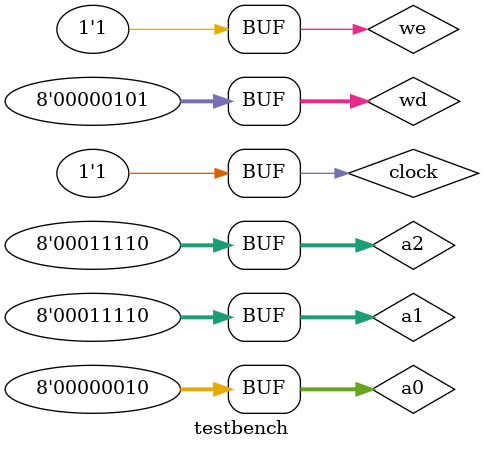
<source format=v>
module testbench;

    // input and output test signals
    reg clock, we;
    reg[7:0] a0, a1, a2, wd;
    wire[7:0] rd0, rd1;

    // creating the instance of the module we want to test
    //  lab1 - module name
    //  dut  - instance name ('dut' means 'device under test')
    register_file dut (.clock(clock), .we(we), .a0(a0), .a1(a1), .a2(a2), .wd(wd), .rd0(rd0), .rd1(rd1));

    // do at the beginning of the simulation
    initial
        begin
            a0 = 0;
            a1 = 30;

            we = 0;
            wd = 7;

            a2 = 2;

            clock = 0;
            #1
            clock = 1;
            #1;
            clock = 0;
            #1
            clock = 1;
            #1;
            we = 1;
            clock = 0;
            #1
            clock = 1;
            #1;
            we = 0;
            wd = 5;
            clock = 0;
            #1
            clock = 1;
            #1;
            a0 = 2;
            a2 = 30;
            we = 1;
            clock = 0;
            #1
            clock = 1;
            #1;

        end

    // do at the beginning of the simulation
    //  print signal values on every change
    initial
        $monitor("rd0=%b rd1=%b", rd0, rd1);

    // do at the beginning of the simulation
    initial
        $dumpvars;  //iverilog dump init

endmodule

</source>
